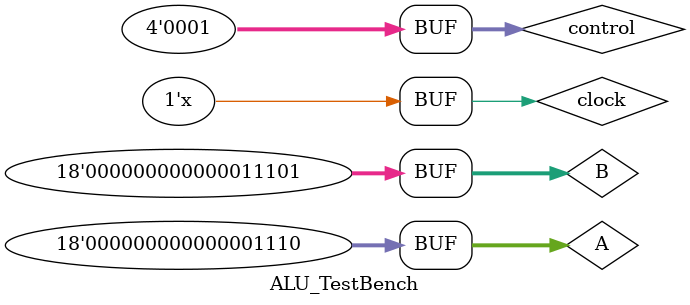
<source format=v>
module ALU_TestBench;
  
  reg clock;
  reg[17:0] A, B;
  reg[3:0] control;
  wire[17:0] res;
  wire Neg;
  wire Zero;
  wire AgthanB;
  wire overflow;
  
  initial begin
    #5 clock = 0;
    #5 A = 14;
    #5 B = 29;
    #5 control = 4'b0001;  // 000: add, 001: sub, 010: mult, 011: div
  end
  
  always begin
    #5 clock = !clock;
  end
  
  // insert instance
  
  ALU U0 (
	.datA(A),
	.datB(B),
	.ctrl(control),
	.clk(clock),
	.result(res),
	.ovf(overflow),
	.AgtB(AgthanB),
	.N(Neg),
	.Z(Zero)
  );
  
endmodule
</source>
